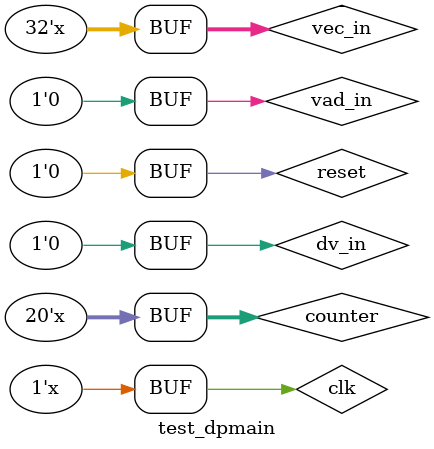
<source format=v>
`timescale 10ns / 10ns


module test_dpmain;

	// Inputs
	reg clk;
	reg reset;
	reg signed [31:0] vec_in;
	reg dv_in;
	reg vad_in;

	// Outputs
	wire result_dv;
	wire result;
	wire vad_out;

	// Instantiate the Unit Under Test (UUT)
	DP_main uut (
		.clk(clk), 
		.reset(reset), 
		.vec_in(vec_in), 
		.dv_in(dv_in), 
		.vad_in(vad_in), 
		.result_dv(result_dv), 
		.result(result), 
		.vad_out(vad_out)
	);
	
	/* Global Clock */
	parameter STEP = 2;
	parameter STEP_half=1;
	always begin
		#STEP_half;
		clk<=~clk;
	end

	parameter STEP_data=6250;
	parameter STEP_data_half=3125;
	reg signed [19:0] counter=0;
	always begin
		#STEP_data;
		counter<=counter+1;
		vec_in <= counter;
	end
	
	always begin
		#999954;
		dv_in<=1;	//d0
		#2;
		dv_in<=0;
		#2;
		dv_in<=1;	//d1
		#2;
		dv_in<=0;
		#2;
		dv_in<=1;	//d2
		#2;
		dv_in<=0;
		#2;
		dv_in<=1;	//d3
		#2;
		dv_in<=0;
		#2;
		dv_in<=1;	//d4
		#2;
		dv_in<=0;
		#2;
		dv_in<=1;	//d5
		#2;
		dv_in<=0;
		#2;
		dv_in<=1;	//d6
		#2;
		dv_in<=0;
		#2;
		dv_in<=1;	//d7
		#2;
		dv_in<=0;
		#2;
		dv_in<=1;	//d8
		#2;
		dv_in<=0;
		#2;
		dv_in<=1;	//d9
		#2;
		dv_in<=0;
		#2;
		dv_in<=1;	//d10
		#2;
		dv_in<=0;
		#2;
		dv_in<=1;	//d11
		#2;
		dv_in<=0;
	end
	
/*	reg [31:0]temp1 = -1;
	reg [23:0]temp2 = 65536;
	reg signed [31:0]tmp1 = -1;
	reg [31:0]temp3 = 0;
	reg temp4 = 0;
	reg temp5 = 0;
	reg temp6 = 0;
*/	
	initial begin
		// Initialize Inputs
		clk = 0;
		reset = 0;
		vec_in = 0;
		dv_in = 0;
		vad_in = 0;
		

		//temp3 = temp1 * temp2;
		// Wait 100 ns for global reset to finish
		#10;
        
		// Add stimulus here

	end
      
endmodule


</source>
